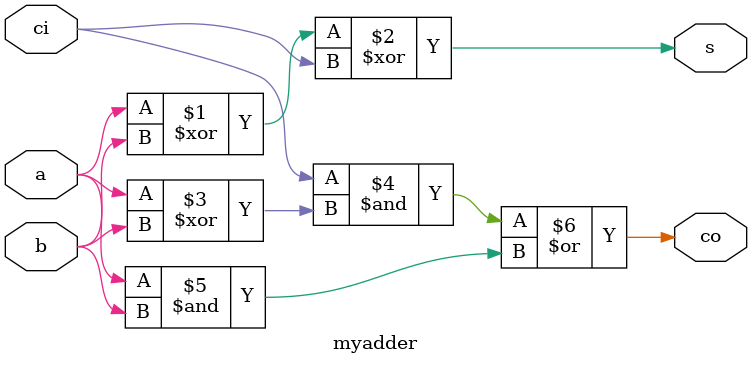
<source format=v>
`timescale 1ns / 1ps


module myadder(input a,input b,input ci,output s,output co);

   assign s=a^b^ci;
   assign co=ci&(a^b) | a&b;

endmodule











</source>
